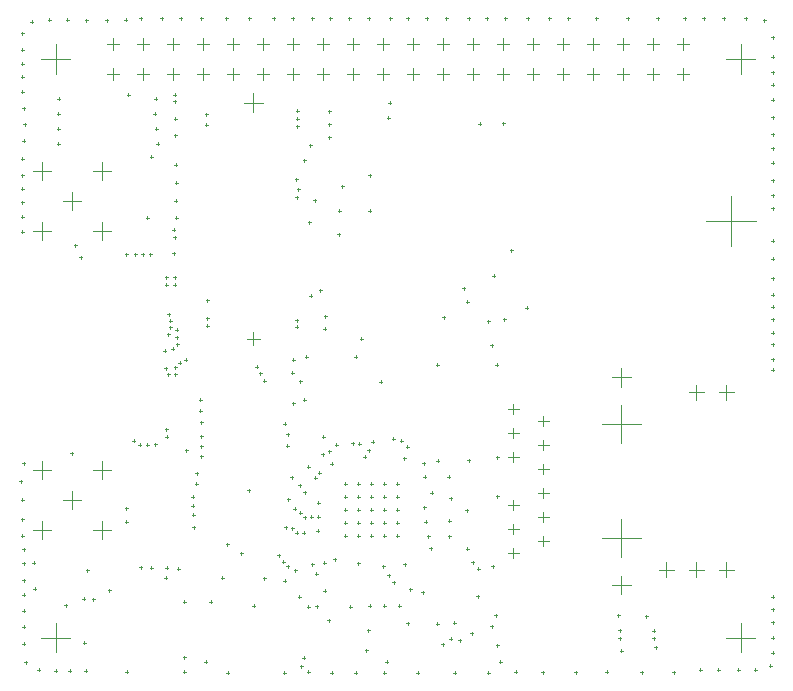
<source format=gbr>
G04*
G04 #@! TF.GenerationSoftware,Altium Limited,Altium Designer,24.1.2 (44)*
G04*
G04 Layer_Color=128*
%FSLAX25Y25*%
%MOIN*%
G70*
G04*
G04 #@! TF.SameCoordinates,59DD8EBB-DCD7-4209-94D2-A0ED0100978B*
G04*
G04*
G04 #@! TF.FilePolarity,Positive*
G04*
G01*
G75*
%ADD146C,0.00200*%
D146*
X2941Y-195297D02*
X6878D01*
X4909Y-197265D02*
Y-193328D01*
X12941Y-195297D02*
X16878D01*
X14909Y-197265D02*
Y-193328D01*
X22941Y-195297D02*
X26878D01*
X24909Y-197265D02*
Y-193328D01*
X32941Y-195297D02*
X36878D01*
X34909Y-197265D02*
Y-193328D01*
X42941Y-195297D02*
X46878D01*
X44909Y-197265D02*
Y-193328D01*
X52941Y-195297D02*
X56878D01*
X54909Y-197265D02*
Y-193328D01*
X62941Y-195297D02*
X66878D01*
X64909Y-197265D02*
Y-193328D01*
X72941Y-195297D02*
X76878D01*
X74909Y-197265D02*
Y-193328D01*
X82941Y-195297D02*
X86878D01*
X84909Y-197265D02*
Y-193328D01*
X92941Y-195297D02*
X96878D01*
X94909Y-197265D02*
Y-193328D01*
X102941Y-195297D02*
X106878D01*
X104909Y-197265D02*
Y-193328D01*
X112941Y-195297D02*
X116878D01*
X114909Y-197265D02*
Y-193328D01*
X122941Y-195297D02*
X126878D01*
X124909Y-197265D02*
Y-193328D01*
X132941Y-195297D02*
X136878D01*
X134909Y-197265D02*
Y-193328D01*
X142941Y-195297D02*
X146878D01*
X144909Y-197265D02*
Y-193328D01*
X152941Y-195297D02*
X156878D01*
X154909Y-197265D02*
Y-193328D01*
X162941Y-195297D02*
X166878D01*
X164909Y-197265D02*
Y-193328D01*
X172941Y-195297D02*
X176878D01*
X174909Y-197265D02*
Y-193328D01*
X182941Y-195297D02*
X186878D01*
X184909Y-197265D02*
Y-193328D01*
X192941Y-195297D02*
X196878D01*
X194909Y-197265D02*
Y-193328D01*
X2941Y-185297D02*
X6878D01*
X4909Y-187265D02*
Y-183328D01*
X12941Y-185297D02*
X16878D01*
X14909Y-187265D02*
Y-183328D01*
X22941Y-185297D02*
X26878D01*
X24909Y-187265D02*
Y-183328D01*
X32941Y-185297D02*
X36878D01*
X34909Y-187265D02*
Y-183328D01*
X42941Y-185297D02*
X46878D01*
X44909Y-187265D02*
Y-183328D01*
X52941Y-185297D02*
X56878D01*
X54909Y-187265D02*
Y-183328D01*
X62941Y-185297D02*
X66878D01*
X64909Y-187265D02*
Y-183328D01*
X72941Y-185297D02*
X76878D01*
X74909Y-187265D02*
Y-183328D01*
X82941Y-185297D02*
X86878D01*
X84909Y-187265D02*
Y-183328D01*
X92941Y-185297D02*
X96878D01*
X94909Y-187265D02*
Y-183328D01*
X102941Y-185297D02*
X106878D01*
X104909Y-187265D02*
Y-183328D01*
X112941Y-185297D02*
X116878D01*
X114909Y-187265D02*
Y-183328D01*
X122941Y-185297D02*
X126878D01*
X124909Y-187265D02*
Y-183328D01*
X132941Y-185297D02*
X136878D01*
X134909Y-187265D02*
Y-183328D01*
X142941Y-185297D02*
X146878D01*
X144909Y-187265D02*
Y-183328D01*
X152941Y-185297D02*
X156878D01*
X154909Y-187265D02*
Y-183328D01*
X162941Y-185297D02*
X166878D01*
X164909Y-187265D02*
Y-183328D01*
X172941Y-185297D02*
X176878D01*
X174909Y-187265D02*
Y-183328D01*
X182941Y-185297D02*
X186878D01*
X184909Y-187265D02*
Y-183328D01*
X192941Y-185297D02*
X196878D01*
X194909Y-187265D02*
Y-183328D01*
X136573Y-339042D02*
X140077D01*
X138325Y-340794D02*
Y-337290D01*
X146573Y-351042D02*
X150077D01*
X148325Y-352794D02*
Y-349290D01*
X146573Y-343042D02*
X150077D01*
X148325Y-344794D02*
Y-341290D01*
X146573Y-335042D02*
X150077D01*
X148325Y-336794D02*
Y-333290D01*
X146573Y-327042D02*
X150077D01*
X148325Y-328794D02*
Y-325290D01*
X146573Y-319042D02*
X150077D01*
X148325Y-320794D02*
Y-317290D01*
X136573Y-355042D02*
X140077D01*
X138325Y-356794D02*
Y-353290D01*
X136573Y-347042D02*
X140077D01*
X138325Y-348794D02*
Y-345290D01*
X136573Y-323042D02*
X140077D01*
X138325Y-324794D02*
Y-321290D01*
X136573Y-315042D02*
X140077D01*
X138325Y-316794D02*
Y-313290D01*
X146573Y-311042D02*
X150077D01*
X148325Y-312794D02*
Y-309290D01*
X136573Y-307042D02*
X140077D01*
X138325Y-308794D02*
Y-305290D01*
X171235Y-296442D02*
X177416D01*
X174325Y-299532D02*
Y-293351D01*
X171235Y-365642D02*
X177416D01*
X174325Y-368732D02*
Y-362551D01*
X206825Y-301442D02*
X211825D01*
X209325Y-303942D02*
Y-298942D01*
X196825Y-301442D02*
X201825D01*
X199325Y-303942D02*
Y-298942D01*
X196825Y-360642D02*
X201825D01*
X199325Y-363142D02*
Y-358142D01*
X206825Y-360642D02*
X211825D01*
X209325Y-363142D02*
Y-358142D01*
X186825Y-360642D02*
X191825D01*
X189325Y-363142D02*
Y-358142D01*
X167928Y-312042D02*
X180723D01*
X174325Y-318439D02*
Y-305644D01*
X167928Y-350042D02*
X180723D01*
X174325Y-356439D02*
Y-343644D01*
X-1728Y-227621D02*
X4335D01*
X1304Y-230652D02*
Y-224589D01*
X-1728Y-247621D02*
X4335D01*
X1304Y-250652D02*
Y-244589D01*
X-21728Y-247621D02*
X-15665D01*
X-18696Y-250652D02*
Y-244589D01*
X-21728Y-227621D02*
X-15665D01*
X-18696Y-230652D02*
Y-224589D01*
X-11728Y-237621D02*
X-5665D01*
X-8696Y-240652D02*
Y-234589D01*
X-1728Y-327289D02*
X4335D01*
X1304Y-330321D02*
Y-324258D01*
X-1728Y-347289D02*
X4335D01*
X1304Y-350321D02*
Y-344258D01*
X-21728Y-347289D02*
X-15665D01*
X-18696Y-350321D02*
Y-344258D01*
X-21728Y-327289D02*
X-15665D01*
X-18696Y-330321D02*
Y-324258D01*
X-11728Y-337289D02*
X-5665D01*
X-8696Y-340321D02*
Y-334258D01*
X209161Y-190297D02*
X219004D01*
X214083Y-195218D02*
Y-185375D01*
X-19185Y-190297D02*
X-9343D01*
X-14264Y-195218D02*
Y-185375D01*
X209161Y-383210D02*
X219004D01*
X214083Y-388131D02*
Y-378289D01*
X-19185Y-383210D02*
X-9343D01*
X-14264Y-388131D02*
Y-378289D01*
X202579Y-244264D02*
X219115D01*
X210847Y-252531D02*
Y-235996D01*
X48544Y-204893D02*
X54843D01*
X51694Y-208043D02*
Y-201744D01*
X49528Y-283634D02*
X53859D01*
X51694Y-285799D02*
Y-281468D01*
X102666Y-378481D02*
X103666D01*
X103166Y-378981D02*
Y-377981D01*
X-2252Y-370384D02*
X-1252D01*
X-1752Y-370884D02*
Y-369884D01*
X21939Y-363340D02*
X22939D01*
X22439Y-363840D02*
Y-362840D01*
X3188Y-367440D02*
X4188D01*
X3688Y-367940D02*
Y-366940D01*
X40849Y-363340D02*
X41849D01*
X41349Y-363840D02*
Y-362840D01*
X28105Y-371302D02*
X29105D01*
X28605Y-371802D02*
Y-370802D01*
X36951Y-371302D02*
X37951D01*
X37451Y-371802D02*
Y-370802D01*
X-5398Y-370228D02*
X-4398D01*
X-4898Y-370727D02*
Y-369727D01*
X66417Y-369593D02*
X67417D01*
X66917Y-370093D02*
Y-369093D01*
X76354Y-377473D02*
X77354D01*
X76854Y-377973D02*
Y-376973D01*
X61442Y-394938D02*
X62442D01*
X61942Y-395438D02*
Y-394438D01*
X-5161Y-384954D02*
X-4161D01*
X-4661Y-385454D02*
Y-384454D01*
X-11435Y-372472D02*
X-10435D01*
X-10935Y-372972D02*
Y-371972D01*
X28043Y-394549D02*
X29043D01*
X28543Y-395049D02*
Y-394049D01*
X35345Y-391313D02*
X36345D01*
X35845Y-391813D02*
Y-390813D01*
X67205Y-392821D02*
X68205D01*
X67705Y-393321D02*
Y-392321D01*
X69469Y-394590D02*
X70469D01*
X69969Y-395090D02*
Y-394090D01*
X51264Y-372527D02*
X52264D01*
X51764Y-373027D02*
Y-372027D01*
X61554Y-364334D02*
X62554D01*
X62054Y-364834D02*
Y-363834D01*
X69510Y-373006D02*
X70510D01*
X70010Y-373506D02*
Y-372506D01*
X72323Y-372806D02*
X73323D01*
X72823Y-373306D02*
Y-372306D01*
X116923Y-383547D02*
X117923D01*
X117423Y-384047D02*
Y-383047D01*
X114276Y-385452D02*
X115276D01*
X114776Y-385951D02*
Y-384951D01*
X89905Y-372550D02*
X90905D01*
X90405Y-373050D02*
Y-372050D01*
X99824Y-372550D02*
X100824D01*
X100324Y-373050D02*
Y-372050D01*
X89379Y-380774D02*
X90379D01*
X89879Y-381274D02*
Y-380274D01*
X119926Y-384063D02*
X120926D01*
X120426Y-384563D02*
Y-383563D01*
X118184Y-378194D02*
X119184D01*
X118684Y-378694D02*
Y-377694D01*
X88816Y-387376D02*
X89816D01*
X89316Y-387876D02*
Y-386876D01*
X95668Y-391313D02*
X96668D01*
X96168Y-391813D02*
Y-390813D01*
X133536Y-391217D02*
X134536D01*
X134036Y-391717D02*
Y-390717D01*
X124218Y-358115D02*
X125218D01*
X124718Y-358615D02*
Y-357615D01*
X126058Y-360217D02*
X127058D01*
X126558Y-360717D02*
Y-359717D01*
X125896Y-369464D02*
X126896D01*
X126396Y-369964D02*
Y-368964D01*
X130898Y-359503D02*
X131898D01*
X131398Y-360003D02*
Y-359003D01*
X94712Y-372550D02*
X95711D01*
X95211Y-373050D02*
Y-372050D01*
X83404Y-372868D02*
X84404D01*
X83904Y-373368D02*
Y-372368D01*
X107591Y-368150D02*
X108591D01*
X108091Y-368650D02*
Y-367650D01*
X131940Y-375710D02*
X132940D01*
X132440Y-376210D02*
Y-375210D01*
X112539Y-378580D02*
X113539D01*
X113039Y-379080D02*
Y-378080D01*
X98003Y-364822D02*
X99003D01*
X98503Y-365322D02*
Y-364322D01*
X103387Y-367099D02*
X104387D01*
X103887Y-367599D02*
Y-366599D01*
X224241Y-378096D02*
X225241D01*
X224741Y-378595D02*
Y-377595D01*
X224241Y-373795D02*
X225241D01*
X224741Y-374295D02*
Y-373295D01*
X224241Y-369586D02*
X225241D01*
X224741Y-370087D02*
Y-369087D01*
X224241Y-293933D02*
X225241D01*
X224741Y-294433D02*
Y-293433D01*
X224241Y-290505D02*
X225241D01*
X224741Y-291005D02*
Y-290005D01*
X224241Y-281632D02*
X225241D01*
X224741Y-282133D02*
Y-281133D01*
X224241Y-277138D02*
X225241D01*
X224741Y-277638D02*
Y-276638D01*
X224241Y-268907D02*
X225241D01*
X224741Y-269407D02*
Y-268407D01*
X224241Y-285433D02*
X225241D01*
X224741Y-285933D02*
Y-284933D01*
X224241Y-194829D02*
X225241D01*
X224741Y-195329D02*
Y-194329D01*
X224241Y-272883D02*
X225241D01*
X224741Y-273382D02*
Y-272382D01*
X224241Y-263386D02*
X225241D01*
X224741Y-263886D02*
Y-262886D01*
X224241Y-256953D02*
X225241D01*
X224741Y-257453D02*
Y-256453D01*
X224241Y-250896D02*
X225241D01*
X224741Y-251396D02*
Y-250396D01*
X224241Y-240158D02*
X225241D01*
X224741Y-240657D02*
Y-239657D01*
X224241Y-235762D02*
X225241D01*
X224741Y-236262D02*
Y-235262D01*
X224241Y-230851D02*
X225241D01*
X224741Y-231350D02*
Y-230350D01*
X224241Y-224964D02*
X225241D01*
X224741Y-225464D02*
Y-224464D01*
X224241Y-220106D02*
X225241D01*
X224741Y-220606D02*
Y-219606D01*
X224241Y-215507D02*
X225241D01*
X224741Y-216007D02*
Y-215007D01*
X224241Y-209815D02*
X225241D01*
X224741Y-210315D02*
Y-209315D01*
X224241Y-204008D02*
X225241D01*
X224741Y-204508D02*
Y-203508D01*
X224241Y-199016D02*
X225241D01*
X224741Y-199516D02*
Y-198516D01*
X135163Y-176836D02*
X136163D01*
X135663Y-177336D02*
Y-176336D01*
X13599Y-176832D02*
X14599D01*
X14099Y-177332D02*
Y-176332D01*
X128986Y-176832D02*
X129986D01*
X129486Y-177332D02*
Y-176332D01*
X123029Y-176832D02*
X124029D01*
X123529Y-177332D02*
Y-176332D01*
X115459Y-176832D02*
X116459D01*
X115959Y-177332D02*
Y-176332D01*
X108881Y-176832D02*
X109881D01*
X109381Y-177332D02*
Y-176332D01*
X102629Y-176832D02*
X103629D01*
X103129Y-177332D02*
Y-176332D01*
X96791Y-176832D02*
X97791D01*
X97291Y-177332D02*
Y-176332D01*
X89698Y-176832D02*
X90698D01*
X90198Y-177332D02*
Y-176332D01*
X83084Y-176832D02*
X84084D01*
X83584Y-177332D02*
Y-176332D01*
X76870Y-176832D02*
X77870D01*
X77370Y-177332D02*
Y-176332D01*
X70818Y-176832D02*
X71818D01*
X71318Y-177332D02*
Y-176332D01*
X64372Y-176832D02*
X65373D01*
X64872Y-177332D02*
Y-176332D01*
X57960Y-176832D02*
X58960D01*
X58460Y-177332D02*
Y-176332D01*
X49844Y-176832D02*
X50844D01*
X50344Y-177332D02*
Y-176332D01*
X42045Y-176832D02*
X43045D01*
X42545Y-177332D02*
Y-176332D01*
X33720Y-176832D02*
X34720D01*
X34220Y-177332D02*
Y-176332D01*
X27029Y-176832D02*
X28029D01*
X27529Y-177332D02*
Y-176332D01*
X20572Y-176832D02*
X21572D01*
X21072Y-177332D02*
Y-176332D01*
X8659Y-177352D02*
X9659D01*
X9159Y-177852D02*
Y-176852D01*
X2252Y-177482D02*
X3252D01*
X2752Y-177982D02*
Y-176982D01*
X224241Y-189545D02*
X225241D01*
X224741Y-190045D02*
Y-189045D01*
X221457Y-177486D02*
X222457D01*
X221957Y-177986D02*
Y-176986D01*
X224241Y-183139D02*
X225241D01*
X224741Y-183639D02*
Y-182639D01*
X215248Y-176836D02*
X216248D01*
X215748Y-177336D02*
Y-176336D01*
X208015Y-176836D02*
X209015D01*
X208515Y-177336D02*
Y-176336D01*
X201300Y-176836D02*
X202300D01*
X201800Y-177336D02*
Y-176336D01*
X194961Y-176836D02*
X195961D01*
X195461Y-177336D02*
Y-176336D01*
X185936Y-176836D02*
X186936D01*
X186436Y-177336D02*
Y-176336D01*
X175927Y-176836D02*
X176927D01*
X176427Y-177336D02*
Y-176336D01*
X165398Y-176836D02*
X166398D01*
X165898Y-177336D02*
Y-176336D01*
X156156Y-176832D02*
X157156D01*
X156656Y-177332D02*
Y-176332D01*
X149862Y-176836D02*
X150862D01*
X150362Y-177336D02*
Y-176336D01*
X142677Y-176832D02*
X143677D01*
X143177Y-177332D02*
Y-176332D01*
X-16885Y-177352D02*
X-15885D01*
X-16385Y-177852D02*
Y-176852D01*
X-25794Y-187208D02*
X-24794D01*
X-25294Y-187708D02*
Y-186708D01*
X-4576Y-177482D02*
X-3576D01*
X-4076Y-177982D02*
Y-176982D01*
X-10875Y-177352D02*
X-9875D01*
X-10375Y-177852D02*
Y-176852D01*
X-22638Y-177987D02*
X-21638D01*
X-22138Y-178487D02*
Y-177487D01*
X-25794Y-181822D02*
X-24794D01*
X-25294Y-182322D02*
Y-181322D01*
X-25794Y-191988D02*
X-24794D01*
X-25294Y-192488D02*
Y-191488D01*
X-25794Y-196297D02*
X-24794D01*
X-25294Y-196797D02*
Y-195797D01*
X-25794Y-201244D02*
X-24794D01*
X-25294Y-201744D02*
Y-200744D01*
X-25416Y-206847D02*
X-24416D01*
X-24916Y-207347D02*
Y-206347D01*
X-25416Y-217619D02*
X-24416D01*
X-24916Y-218119D02*
Y-217119D01*
X-25794Y-223594D02*
X-24794D01*
X-25294Y-224094D02*
Y-223094D01*
X-25794Y-229184D02*
X-24794D01*
X-25294Y-229684D02*
Y-228684D01*
X-25794Y-337341D02*
X-24794D01*
X-25294Y-337841D02*
Y-336841D01*
X-25794Y-343722D02*
X-24794D01*
X-25294Y-344222D02*
Y-343222D01*
X-25794Y-349329D02*
X-24794D01*
X-25294Y-349829D02*
Y-348829D01*
X-26393Y-331031D02*
X-25393D01*
X-25893Y-331531D02*
Y-330531D01*
X-25794Y-233585D02*
X-24794D01*
X-25294Y-234085D02*
Y-233085D01*
X-25794Y-238110D02*
X-24794D01*
X-25294Y-238610D02*
Y-237610D01*
X-25794Y-242886D02*
X-24794D01*
X-25294Y-243386D02*
Y-242386D01*
X-25794Y-247953D02*
X-24794D01*
X-25294Y-248453D02*
Y-247453D01*
X-21781Y-366910D02*
X-20781D01*
X-21281Y-367410D02*
Y-366410D01*
X-4220Y-360738D02*
X-3220D01*
X-3720Y-361238D02*
Y-360238D01*
X-25090Y-212177D02*
X-24090D01*
X-24590Y-212677D02*
Y-211677D01*
X-25416Y-325122D02*
X-24416D01*
X-24916Y-325622D02*
Y-324622D01*
X-25416Y-353690D02*
X-24416D01*
X-24916Y-354190D02*
Y-353190D01*
X-25416Y-358459D02*
X-24416D01*
X-24916Y-358959D02*
Y-357959D01*
X-25416Y-364133D02*
X-24416D01*
X-24916Y-364633D02*
Y-363633D01*
X-25416Y-369015D02*
X-24416D01*
X-24916Y-369515D02*
Y-368515D01*
X-25416Y-374273D02*
X-24416D01*
X-24916Y-374773D02*
Y-373773D01*
X-8214Y-252493D02*
X-7214D01*
X-7714Y-252993D02*
Y-251993D01*
X-6446Y-256468D02*
X-5446D01*
X-5946Y-256968D02*
Y-255968D01*
X-9455Y-321836D02*
X-8455D01*
X-8955Y-322336D02*
Y-321336D01*
X-22050Y-358219D02*
X-21050D01*
X-21550Y-358719D02*
Y-357719D01*
X-13905Y-218524D02*
X-12905D01*
X-13405Y-219024D02*
Y-218024D01*
X-13913Y-213524D02*
X-12913D01*
X-13413Y-214024D02*
Y-213024D01*
X-13913Y-208524D02*
X-12913D01*
X-13413Y-209024D02*
Y-208024D01*
X-13767Y-203524D02*
X-12766D01*
X-13266Y-204024D02*
Y-203024D01*
X191358Y-394815D02*
X192358D01*
X191858Y-395315D02*
Y-394315D01*
X180542Y-394727D02*
X181542D01*
X181042Y-395227D02*
Y-394227D01*
X168977Y-394683D02*
X169977D01*
X169477Y-395183D02*
Y-394183D01*
X158557Y-394727D02*
X159557D01*
X159057Y-395227D02*
Y-394227D01*
X147608Y-394815D02*
X148608D01*
X148108Y-395315D02*
Y-394315D01*
X138551Y-394683D02*
X139551D01*
X139051Y-395183D02*
Y-394183D01*
X129537Y-394938D02*
X130537D01*
X130037Y-395438D02*
Y-394438D01*
X118307Y-394938D02*
X119307D01*
X118807Y-395438D02*
Y-394438D01*
X200157Y-393917D02*
X201157D01*
X200657Y-394417D02*
Y-393417D01*
X206122Y-393917D02*
X207122D01*
X206623Y-394417D02*
Y-393417D01*
X106010Y-394938D02*
X107010D01*
X106510Y-395438D02*
Y-394438D01*
X212844Y-393917D02*
X213844D01*
X213345Y-394417D02*
Y-393417D01*
X218398Y-393917D02*
X219398D01*
X218898Y-394417D02*
Y-393417D01*
X223485Y-392625D02*
X224485D01*
X223985Y-393125D02*
Y-392125D01*
X224241Y-388289D02*
X225241D01*
X224741Y-388789D02*
Y-387789D01*
X224235Y-383210D02*
X225235D01*
X224735Y-383710D02*
Y-382710D01*
X94709Y-394938D02*
X95709D01*
X95209Y-395438D02*
Y-394438D01*
X85238Y-394938D02*
X86238D01*
X85738Y-395438D02*
Y-394438D01*
X77314Y-394938D02*
X78314D01*
X77814Y-395438D02*
Y-394438D01*
X-10029Y-394354D02*
X-9030D01*
X-9529Y-394854D02*
Y-393854D01*
X-4721Y-394354D02*
X-3721D01*
X-4221Y-394854D02*
Y-393854D01*
X9009Y-394537D02*
X10009D01*
X9509Y-395037D02*
Y-394037D01*
X42548Y-394938D02*
X43548D01*
X43048Y-395438D02*
Y-394438D01*
X28197Y-389714D02*
X29197D01*
X28697Y-390214D02*
Y-389214D01*
X185282Y-386392D02*
X186282D01*
X185782Y-386892D02*
Y-385892D01*
X173277Y-383400D02*
X174277D01*
X173777Y-383900D02*
Y-382900D01*
X173861Y-387552D02*
X174861D01*
X174361Y-388053D02*
Y-387052D01*
X184574Y-380986D02*
X185574D01*
X185074Y-381486D02*
Y-380486D01*
X173277Y-380710D02*
X174277D01*
X173777Y-381210D02*
Y-380210D01*
X184602Y-383439D02*
X185602D01*
X185102Y-383939D02*
Y-382939D01*
X130639Y-379396D02*
X131639D01*
X131139Y-379895D02*
Y-378895D01*
X123959Y-381775D02*
X124959D01*
X124459Y-382275D02*
Y-381275D01*
X132418Y-385710D02*
X133418D01*
X132918Y-386210D02*
Y-385210D01*
X67932Y-389876D02*
X68932D01*
X68432Y-390376D02*
Y-389376D01*
X-25416Y-379661D02*
X-24416D01*
X-24916Y-380161D02*
Y-379161D01*
X-24666Y-391490D02*
X-23666D01*
X-24166Y-391990D02*
Y-390990D01*
X-20332Y-393917D02*
X-19332D01*
X-19832Y-394417D02*
Y-393417D01*
X-14764Y-394354D02*
X-13764D01*
X-14264Y-394854D02*
Y-393854D01*
X-25416Y-385354D02*
X-24416D01*
X-24916Y-385854D02*
Y-384854D01*
X121328Y-266768D02*
X122328D01*
X121828Y-267268D02*
Y-266268D01*
X93699Y-297939D02*
X94699D01*
X94199Y-298439D02*
Y-297439D01*
X122407Y-271232D02*
X123407D01*
X122907Y-271732D02*
Y-270732D01*
X114694Y-276451D02*
X115694D01*
X115194Y-276952D02*
Y-275952D01*
X65456Y-230484D02*
X66456D01*
X65956Y-230984D02*
Y-229984D01*
X66087Y-233825D02*
X67087D01*
X66587Y-234325D02*
Y-233325D01*
X65672Y-236390D02*
X66672D01*
X66172Y-236890D02*
Y-235890D01*
X70227Y-269338D02*
X71227D01*
X70727Y-269838D02*
Y-268838D01*
X73499Y-267504D02*
X74499D01*
X73999Y-268004D02*
Y-267004D01*
X17078Y-222928D02*
X18078D01*
X17578Y-223428D02*
Y-222428D01*
X54862Y-363417D02*
X55862D01*
X55362Y-363917D02*
Y-362917D01*
X72560Y-347683D02*
X73560D01*
X73060Y-348183D02*
Y-347183D01*
X80775Y-232846D02*
X81775D01*
X81275Y-233346D02*
Y-232346D01*
X142221Y-273304D02*
X143221D01*
X142721Y-273804D02*
Y-272804D01*
X137059Y-254106D02*
X138059D01*
X137559Y-254606D02*
Y-253606D01*
X78828Y-318999D02*
X79828D01*
X79328Y-319499D02*
Y-318499D01*
X76517Y-321173D02*
X77517D01*
X77017Y-321673D02*
Y-320673D01*
X87072Y-283648D02*
X88072D01*
X87572Y-284149D02*
Y-283149D01*
X52345Y-292892D02*
X53345D01*
X52845Y-293392D02*
Y-292392D01*
X64199Y-295012D02*
X65199D01*
X64699Y-295513D02*
Y-294513D01*
X68307Y-343055D02*
X69307D01*
X68807Y-343555D02*
Y-342555D01*
X66755Y-341637D02*
X67755D01*
X67255Y-342137D02*
Y-341137D01*
X54862Y-297622D02*
X55862D01*
X55362Y-298122D02*
Y-297122D01*
X53401Y-295099D02*
X54401D01*
X53901Y-295599D02*
Y-294599D01*
X85260Y-289686D02*
X86260D01*
X85760Y-290187D02*
Y-289187D01*
X96249Y-362406D02*
X97249D01*
X96749Y-362906D02*
Y-361906D01*
X94519Y-359503D02*
X95519D01*
X95019Y-360003D02*
Y-359003D01*
X110323Y-353387D02*
X111323D01*
X110823Y-353887D02*
Y-352887D01*
X110685Y-335012D02*
X111685D01*
X111185Y-335512D02*
Y-334512D01*
X112588Y-324286D02*
X113588D01*
X113088Y-324786D02*
Y-323786D01*
X108372Y-329560D02*
X109372D01*
X108872Y-330060D02*
Y-329060D01*
X101456Y-323500D02*
X102456D01*
X101956Y-324000D02*
Y-323000D01*
X116416Y-349391D02*
X117416D01*
X116916Y-349890D02*
Y-348890D01*
X116416Y-344235D02*
X117416D01*
X116916Y-344735D02*
Y-343735D01*
X116906Y-336792D02*
X117906D01*
X117406Y-337292D02*
Y-336292D01*
X116239Y-329671D02*
X117239D01*
X116739Y-330171D02*
Y-329171D01*
X89617Y-320775D02*
X90617D01*
X90117Y-321275D02*
Y-320275D01*
X86404Y-318566D02*
X87404D01*
X86904Y-319066D02*
Y-318066D01*
X84312Y-318377D02*
X85312D01*
X84812Y-318878D02*
Y-317878D01*
X131305Y-262571D02*
X132305D01*
X131805Y-263071D02*
Y-262071D01*
X129486Y-277694D02*
X130486D01*
X129986Y-278194D02*
Y-277194D01*
X134806Y-277138D02*
X135806D01*
X135306Y-277638D02*
Y-276638D01*
X26606Y-291635D02*
X27606D01*
X27106Y-292135D02*
Y-291135D01*
X25122Y-293120D02*
X26122D01*
X25622Y-293620D02*
Y-292620D01*
X22738Y-295437D02*
X23738D01*
X23238Y-295937D02*
Y-294937D01*
X90015Y-229106D02*
X91015D01*
X90515Y-229606D02*
Y-228606D01*
X130639Y-285799D02*
X131639D01*
X131139Y-286299D02*
Y-285299D01*
X49564Y-334075D02*
X50564D01*
X50064Y-334575D02*
Y-333575D01*
X64199Y-346839D02*
X65199D01*
X64699Y-347339D02*
Y-346339D01*
X65684Y-348324D02*
X66684D01*
X66184Y-348824D02*
Y-347824D01*
X47083Y-355099D02*
X48083D01*
X47583Y-355599D02*
Y-354599D01*
X22247Y-316244D02*
X23247D01*
X22747Y-316744D02*
Y-315744D01*
X22162Y-313735D02*
X23162D01*
X22662Y-314235D02*
Y-313235D01*
X61155Y-357966D02*
X62155D01*
X61655Y-358466D02*
Y-357466D01*
X62639Y-359451D02*
X63639D01*
X63139Y-359951D02*
Y-358951D01*
X64486Y-290574D02*
X65486D01*
X64986Y-291074D02*
Y-290074D01*
X66565Y-332425D02*
X67565D01*
X67065Y-332925D02*
Y-331925D01*
X73063Y-328195D02*
X74063D01*
X73563Y-328695D02*
Y-327695D01*
X71840Y-329902D02*
X72840D01*
X72340Y-330402D02*
Y-329402D01*
X31074Y-342277D02*
X32074D01*
X31574Y-342777D02*
Y-341777D01*
X70818Y-358717D02*
X71818D01*
X71318Y-359218D02*
Y-358218D01*
X62850Y-337063D02*
X63850D01*
X63350Y-337563D02*
Y-336563D01*
X134409Y-211742D02*
X135409D01*
X134909Y-212242D02*
Y-211242D01*
X126566Y-212012D02*
X127566D01*
X127066Y-212512D02*
Y-211512D01*
X24667Y-255090D02*
X25667D01*
X25167Y-255590D02*
Y-254590D01*
X24916Y-249775D02*
X25916D01*
X25416Y-250275D02*
Y-249275D01*
X25406Y-243279D02*
X26406D01*
X25906Y-243779D02*
Y-242779D01*
X25342Y-237621D02*
X26342D01*
X25842Y-238121D02*
Y-237121D01*
X25444Y-231656D02*
X26444D01*
X25944Y-232156D02*
Y-231156D01*
X25342Y-225563D02*
X26342D01*
X25842Y-226063D02*
Y-225063D01*
X25122Y-210209D02*
X26122D01*
X25622Y-210708D02*
Y-209708D01*
X35443Y-212244D02*
X36443D01*
X35943Y-212744D02*
Y-211744D01*
X35443Y-208830D02*
X36443D01*
X35943Y-209330D02*
Y-208330D01*
X24965Y-204428D02*
X25965D01*
X25465Y-204928D02*
Y-203928D01*
X25028Y-202228D02*
X26028D01*
X25528Y-202728D02*
Y-201728D01*
X9386Y-202228D02*
X10386D01*
X9886Y-202728D02*
Y-201728D01*
X79755Y-240917D02*
X80755D01*
X80255Y-241417D02*
Y-240417D01*
X71683Y-237374D02*
X72683D01*
X72183Y-237874D02*
Y-236874D01*
X89876Y-240917D02*
X90876D01*
X90376Y-241417D02*
Y-240417D01*
X79576Y-248791D02*
X80576D01*
X80076Y-249291D02*
Y-248291D01*
X68068Y-224127D02*
X69068D01*
X68568Y-224627D02*
Y-223627D01*
X96055Y-209872D02*
X97054D01*
X96554Y-210372D02*
Y-209372D01*
X96567Y-205016D02*
X97567D01*
X97067Y-205516D02*
Y-204516D01*
X69714Y-244854D02*
X70714D01*
X70214Y-245354D02*
Y-244354D01*
X70177Y-219041D02*
X71177D01*
X70677Y-219541D02*
Y-218541D01*
X122407Y-353524D02*
X123407D01*
X122907Y-354024D02*
Y-353024D01*
X63974Y-329798D02*
X64974D01*
X64474Y-330298D02*
Y-329298D01*
X62476Y-319294D02*
X63476D01*
X62976Y-319794D02*
Y-318794D01*
X62639Y-315429D02*
X63639D01*
X63139Y-315929D02*
Y-314929D01*
X61562Y-311976D02*
X62562D01*
X62062Y-312475D02*
Y-311475D01*
X42476Y-352065D02*
X43476D01*
X42976Y-352565D02*
Y-351565D01*
X31236Y-346497D02*
X32236D01*
X31736Y-346997D02*
Y-345997D01*
X8799Y-340122D02*
X9799D01*
X9299Y-340622D02*
Y-339622D01*
X8799Y-344570D02*
X9799D01*
X9299Y-345071D02*
Y-344071D01*
X30981Y-339274D02*
X31981D01*
X31481Y-339774D02*
Y-338774D01*
X30981Y-336210D02*
X31981D01*
X31481Y-336710D02*
Y-335710D01*
X15785Y-243279D02*
X16785D01*
X16285Y-243779D02*
Y-242779D01*
X74969Y-280285D02*
X75969D01*
X75469Y-280785D02*
Y-279785D01*
X75178Y-276152D02*
X76178D01*
X75678Y-276652D02*
Y-275652D01*
X65672Y-279529D02*
X66672D01*
X66172Y-280029D02*
Y-279029D01*
X65672Y-277373D02*
X66672D01*
X66172Y-277873D02*
Y-276873D01*
X112539Y-292308D02*
X113539D01*
X113039Y-292808D02*
Y-291808D01*
X132308Y-292308D02*
X133308D01*
X132808Y-292808D02*
Y-291808D01*
X182177Y-376067D02*
X183177D01*
X182677Y-376568D02*
Y-375568D01*
X172836Y-375710D02*
X173836D01*
X173336Y-376210D02*
Y-375210D01*
X18662Y-203524D02*
X19662D01*
X19162Y-204024D02*
Y-203024D01*
X18298Y-208524D02*
X19298D01*
X18798Y-209024D02*
Y-208024D01*
X18808Y-213524D02*
X19808D01*
X19308Y-214024D02*
Y-213024D01*
X19272Y-218524D02*
X20272D01*
X19772Y-219024D02*
Y-218024D01*
X26141Y-360256D02*
X27141D01*
X26641Y-360756D02*
Y-359756D01*
X22364Y-359958D02*
X23364D01*
X22864Y-360458D02*
Y-359458D01*
X17078Y-360017D02*
X18078D01*
X17578Y-360517D02*
Y-359517D01*
X13584Y-359821D02*
X14584D01*
X14084Y-360321D02*
Y-359321D01*
X33438Y-307524D02*
X34438D01*
X33938Y-308024D02*
Y-307024D01*
X33438Y-303870D02*
X34438D01*
X33938Y-304370D02*
Y-303370D01*
X33789Y-316084D02*
X34789D01*
X34289Y-316584D02*
Y-315584D01*
X33789Y-311421D02*
X34789D01*
X34289Y-311921D02*
Y-310921D01*
X32157Y-331871D02*
X33157D01*
X32657Y-332370D02*
Y-331370D01*
X32248Y-328426D02*
X33248D01*
X32748Y-328925D02*
Y-327925D01*
X13362Y-318982D02*
X14362D01*
X13862Y-319482D02*
Y-318482D01*
X15798Y-318982D02*
X16798D01*
X16298Y-319482D02*
Y-318482D01*
X18493Y-318772D02*
X19493D01*
X18993Y-319272D02*
Y-318272D01*
X28867Y-320737D02*
X29867D01*
X29367Y-321237D02*
Y-320237D01*
X33789Y-322847D02*
X34789D01*
X34289Y-323347D02*
Y-322347D01*
X33789Y-319389D02*
X34789D01*
X34289Y-319889D02*
Y-318889D01*
X24916Y-263063D02*
X25916D01*
X25416Y-263563D02*
Y-262563D01*
X22162Y-263063D02*
X23162D01*
X22662Y-263563D02*
Y-262563D01*
X22162Y-265536D02*
X23162D01*
X22662Y-266036D02*
Y-265036D01*
X25028Y-265536D02*
X26028D01*
X25528Y-266036D02*
Y-265036D01*
X68337Y-334840D02*
X69337D01*
X68837Y-335340D02*
Y-334340D01*
X24667Y-247216D02*
X25667D01*
X25167Y-247716D02*
Y-246716D01*
X25122Y-215720D02*
X26122D01*
X25622Y-216220D02*
Y-215220D01*
X35807Y-279303D02*
X36808D01*
X36307Y-279803D02*
Y-278803D01*
X35781Y-276744D02*
X36781D01*
X36281Y-277244D02*
Y-276244D01*
X35781Y-270838D02*
X36781D01*
X36281Y-271338D02*
Y-270338D01*
X23536Y-279777D02*
X24536D01*
X24036Y-280277D02*
Y-279277D01*
X23536Y-277677D02*
X24536D01*
X24036Y-278177D02*
Y-277177D01*
X67932Y-348294D02*
X68932D01*
X68432Y-348794D02*
Y-347794D01*
X61942Y-346421D02*
X62942D01*
X62442Y-346920D02*
Y-345920D01*
X65194Y-360738D02*
X66194D01*
X65694Y-361238D02*
Y-360238D01*
X59683Y-355698D02*
X60683D01*
X60183Y-356198D02*
Y-355198D01*
X70512Y-342999D02*
X71512D01*
X71012Y-343499D02*
Y-342499D01*
X64981Y-340255D02*
X65981D01*
X65481Y-340755D02*
Y-339755D01*
X76408Y-216363D02*
X77408D01*
X76908Y-216863D02*
Y-215863D01*
X76408Y-212032D02*
X77408D01*
X76908Y-212532D02*
Y-211532D01*
X76408Y-207846D02*
X77408D01*
X76908Y-208346D02*
Y-207346D01*
X65785Y-212767D02*
X66785D01*
X66285Y-213267D02*
Y-212267D01*
X65785Y-210209D02*
X66785D01*
X66285Y-210708D02*
Y-209708D01*
X65785Y-207649D02*
X66785D01*
X66285Y-208149D02*
Y-207149D01*
X8799Y-255484D02*
X9799D01*
X9299Y-255984D02*
Y-254984D01*
X11752Y-255484D02*
X12752D01*
X12252Y-255984D02*
Y-254984D01*
X14223Y-255484D02*
X15223D01*
X14723Y-255984D02*
Y-254984D01*
X16806Y-255484D02*
X17806D01*
X17306Y-255984D02*
Y-254984D01*
X11358Y-317589D02*
X12358D01*
X11858Y-318089D02*
Y-317089D01*
X25626Y-280681D02*
X26626D01*
X26126Y-281181D02*
Y-280181D01*
X25136Y-295448D02*
X26136D01*
X25636Y-295948D02*
Y-294948D01*
X28683Y-290574D02*
X29683D01*
X29183Y-291074D02*
Y-290074D01*
X21881Y-293491D02*
X22882D01*
X22381Y-293991D02*
Y-292991D01*
X25626Y-283058D02*
X26626D01*
X26126Y-283558D02*
Y-282558D01*
X25773Y-285429D02*
X26773D01*
X26273Y-285929D02*
Y-284929D01*
X24288Y-286914D02*
X25288D01*
X24788Y-287414D02*
Y-286414D01*
X21691Y-287605D02*
X22692D01*
X22192Y-288105D02*
Y-287105D01*
X22786Y-282102D02*
X23786D01*
X23286Y-282603D02*
Y-281603D01*
X22887Y-275366D02*
X23887D01*
X23387Y-275866D02*
Y-274866D01*
X81832Y-331969D02*
X82832D01*
X82332Y-332469D02*
Y-331469D01*
X81832Y-336299D02*
X82832D01*
X82332Y-336800D02*
Y-335800D01*
X81832Y-340630D02*
X82832D01*
X82332Y-341130D02*
Y-340130D01*
X81832Y-344961D02*
X82832D01*
X82332Y-345461D02*
Y-344461D01*
X81832Y-349292D02*
X82832D01*
X82332Y-349792D02*
Y-348792D01*
X86163Y-331969D02*
X87163D01*
X86663Y-332469D02*
Y-331469D01*
X86163Y-336299D02*
X87163D01*
X86663Y-336800D02*
Y-335800D01*
X86163Y-340630D02*
X87163D01*
X86663Y-341130D02*
Y-340130D01*
X86163Y-344961D02*
X87163D01*
X86663Y-345461D02*
Y-344461D01*
X86163Y-349292D02*
X87163D01*
X86663Y-349792D02*
Y-348792D01*
X90493Y-331969D02*
X91493D01*
X90993Y-332469D02*
Y-331469D01*
X90493Y-336299D02*
X91493D01*
X90993Y-336800D02*
Y-335800D01*
X90493Y-340630D02*
X91493D01*
X90993Y-341130D02*
Y-340130D01*
X90493Y-344961D02*
X91493D01*
X90993Y-345461D02*
Y-344461D01*
X90493Y-349292D02*
X91493D01*
X90993Y-349792D02*
Y-348792D01*
X94824Y-331969D02*
X95824D01*
X95324Y-332469D02*
Y-331469D01*
X94824Y-336299D02*
X95824D01*
X95324Y-336800D02*
Y-335800D01*
X94824Y-340630D02*
X95824D01*
X95324Y-341130D02*
Y-340130D01*
X94824Y-344961D02*
X95824D01*
X95324Y-345461D02*
Y-344461D01*
X94824Y-349292D02*
X95824D01*
X95324Y-349792D02*
Y-348792D01*
X99155Y-331969D02*
X100155D01*
X99655Y-332469D02*
Y-331469D01*
X99155Y-336299D02*
X100155D01*
X99655Y-336800D02*
Y-335800D01*
X99155Y-340630D02*
X100155D01*
X99655Y-341130D02*
Y-340130D01*
X99155Y-344961D02*
X100155D01*
X99655Y-345461D02*
Y-344461D01*
X99155Y-349292D02*
X100155D01*
X99655Y-349792D02*
Y-348792D01*
X123019Y-324046D02*
X124019D01*
X123519Y-324546D02*
Y-323546D01*
X107983Y-325037D02*
X108983D01*
X108483Y-325537D02*
Y-324537D01*
X101671Y-358717D02*
X102671D01*
X102171Y-359218D02*
Y-358218D01*
X108187Y-339843D02*
X109187D01*
X108687Y-340343D02*
Y-339343D01*
X90887Y-317960D02*
X91887D01*
X91387Y-318460D02*
Y-317460D01*
X88213Y-323021D02*
X89213D01*
X88713Y-323521D02*
Y-322521D01*
X100451Y-317589D02*
X101451D01*
X100951Y-318089D02*
Y-317089D01*
X102403Y-319673D02*
X103403D01*
X102903Y-320173D02*
Y-319173D01*
X72714Y-342988D02*
X73714D01*
X73214Y-343489D02*
Y-342489D01*
X72710Y-338268D02*
X73710D01*
X73210Y-338768D02*
Y-337768D01*
X74760Y-358250D02*
X75760D01*
X75260Y-358750D02*
Y-357750D01*
X74971Y-367682D02*
X75971D01*
X75471Y-368182D02*
Y-367182D01*
X86106Y-358458D02*
X87106D01*
X86606Y-358958D02*
Y-357958D01*
X78345Y-357136D02*
X79345D01*
X78845Y-357636D02*
Y-356636D01*
X68068Y-303870D02*
X69068D01*
X68568Y-304370D02*
Y-303370D01*
X68734Y-289666D02*
X69734D01*
X69234Y-290166D02*
Y-289166D01*
X64486Y-305116D02*
X65486D01*
X64986Y-305616D02*
Y-304616D01*
X66868Y-297832D02*
X67868D01*
X67368Y-298332D02*
Y-297332D01*
X74457Y-316244D02*
X75457D01*
X74957Y-316744D02*
Y-315744D01*
X74322Y-322157D02*
X75322D01*
X74822Y-322657D02*
Y-321657D01*
X77314Y-325321D02*
X78314D01*
X77814Y-325821D02*
Y-324821D01*
X69510Y-326277D02*
X70510D01*
X70010Y-326777D02*
Y-325777D01*
X132418Y-323042D02*
X133417D01*
X132917Y-323542D02*
Y-322542D01*
X97772Y-316909D02*
X98772D01*
X98272Y-317409D02*
Y-316409D01*
X132495Y-336128D02*
X133495D01*
X132995Y-336628D02*
Y-335628D01*
X109465Y-349410D02*
X110465D01*
X109965Y-349910D02*
Y-348910D01*
X108660Y-344630D02*
X109660D01*
X109160Y-345129D02*
Y-344129D01*
X122223Y-340726D02*
X123223D01*
X122723Y-341227D02*
Y-340227D01*
X72042Y-361958D02*
X73042D01*
X72542Y-362458D02*
Y-361458D01*
M02*

</source>
